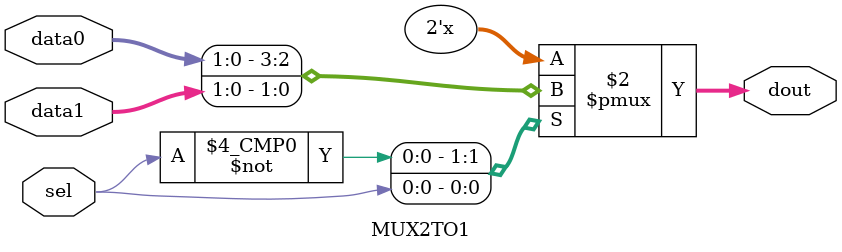
<source format=v>
module MUX2TO1 (dout, sel, data0, data1);
parameter dwidth = 2;
   output [dwidth-1:0] dout;
   input 	       sel;
   input [dwidth-1:0]  data0;
   input [dwidth-1:0]  data1;
   
   wire [dwidth-1:0]   data0;
   wire [dwidth-1:0]   data1;
   wire 	       sel;
   reg [dwidth-1:0]    dout;

  always @ (sel or data0 or data1)
    begin:MUX2TO1
       case (sel) // synopsys parallel_case full_case 
	 1'b0: dout = data0;
	 1'b1: dout = data1;
       endcase
    end

   
endmodule

</source>
